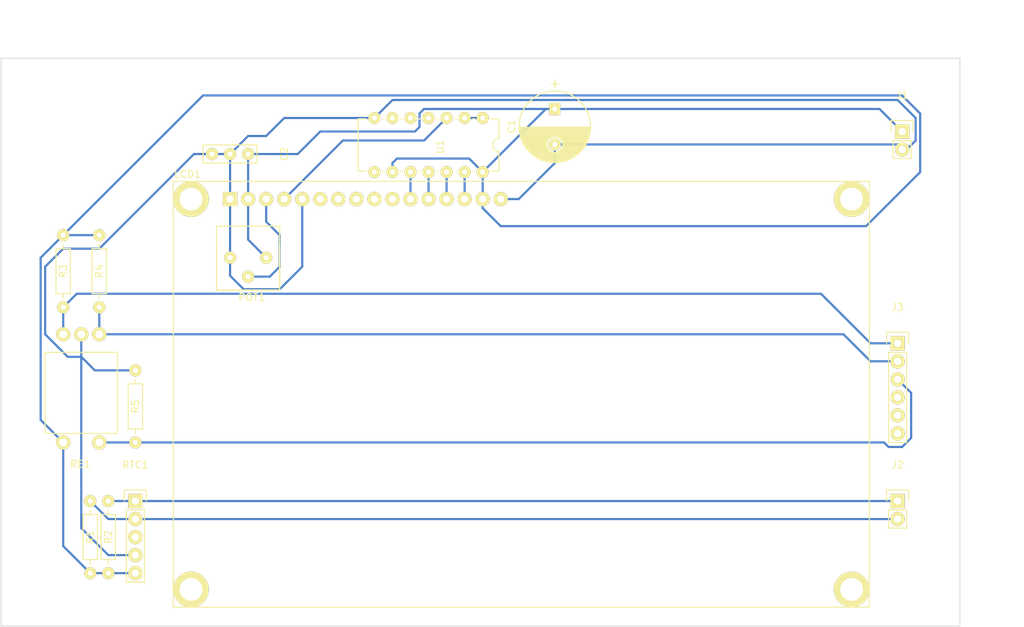
<source format=kicad_pcb>
(kicad_pcb (version 4) (host pcbnew 4.0.1-stable)

  (general
    (links 44)
    (no_connects 3)
    (area 73.749999 41.97 221.8 129.870001)
    (thickness 1.6)
    (drawings 6)
    (tracks 106)
    (zones 0)
    (modules 15)
    (nets 25)
  )

  (page A4)
  (layers
    (0 F.Cu signal)
    (31 B.Cu signal)
    (32 B.Adhes user)
    (33 F.Adhes user)
    (34 B.Paste user)
    (35 F.Paste user)
    (36 B.SilkS user)
    (37 F.SilkS user)
    (38 B.Mask user)
    (39 F.Mask user)
    (40 Dwgs.User user)
    (41 Cmts.User user)
    (42 Eco1.User user)
    (43 Eco2.User user)
    (44 Edge.Cuts user)
    (45 Margin user)
    (46 B.CrtYd user)
    (47 F.CrtYd user)
    (48 B.Fab user)
    (49 F.Fab user)
  )

  (setup
    (last_trace_width 0.3048)
    (trace_clearance 0.2)
    (zone_clearance 0.508)
    (zone_45_only no)
    (trace_min 0.2)
    (segment_width 0.2)
    (edge_width 0.1)
    (via_size 0.6)
    (via_drill 0.4)
    (via_min_size 0.4)
    (via_min_drill 0.3)
    (uvia_size 0.3)
    (uvia_drill 0.1)
    (uvias_allowed no)
    (uvia_min_size 0.2)
    (uvia_min_drill 0.1)
    (pcb_text_width 0.3)
    (pcb_text_size 1.5 1.5)
    (mod_edge_width 0.15)
    (mod_text_size 1 1)
    (mod_text_width 0.15)
    (pad_size 5 5)
    (pad_drill 3.2)
    (pad_to_mask_clearance 0)
    (aux_axis_origin 0 0)
    (visible_elements 7FFFFFFF)
    (pcbplotparams
      (layerselection 0x01000_80000000)
      (usegerberextensions false)
      (excludeedgelayer true)
      (linewidth 0.100000)
      (plotframeref false)
      (viasonmask false)
      (mode 1)
      (useauxorigin false)
      (hpglpennumber 1)
      (hpglpenspeed 20)
      (hpglpendiameter 15)
      (hpglpenoverlay 2)
      (psnegative false)
      (psa4output false)
      (plotreference true)
      (plotvalue false)
      (plotinvisibletext false)
      (padsonsilk false)
      (subtractmaskfromsilk false)
      (outputformat 1)
      (mirror false)
      (drillshape 0)
      (scaleselection 1)
      (outputdirectory ""))
  )

  (net 0 "")
  (net 1 +5V)
  (net 2 GND)
  (net 3 SDA)
  (net 4 SCL)
  (net 5 RE1)
  (net 6 RE2)
  (net 7 SW)
  (net 8 LCD_EN)
  (net 9 LCD_CLK)
  (net 10 LCD_DAT)
  (net 11 "Net-(LCD1-Pad3)")
  (net 12 "Net-(LCD1-Pad4)")
  (net 13 "Net-(LCD1-Pad7)")
  (net 14 "Net-(LCD1-Pad8)")
  (net 15 "Net-(LCD1-Pad9)")
  (net 16 "Net-(LCD1-Pad10)")
  (net 17 "Net-(LCD1-Pad11)")
  (net 18 "Net-(LCD1-Pad12)")
  (net 19 "Net-(LCD1-Pad13)")
  (net 20 "Net-(LCD1-Pad14)")
  (net 21 "Net-(RTC1-Pad3)")
  (net 22 "Net-(U1-Pad4)")
  (net 23 "Net-(U1-Pad5)")
  (net 24 "Net-(U1-Pad6)")

  (net_class Default "This is the default net class."
    (clearance 0.2)
    (trace_width 0.3048)
    (via_dia 0.6)
    (via_drill 0.4)
    (uvia_dia 0.3)
    (uvia_drill 0.1)
    (add_net +5V)
    (add_net GND)
    (add_net LCD_CLK)
    (add_net LCD_DAT)
    (add_net LCD_EN)
    (add_net "Net-(LCD1-Pad10)")
    (add_net "Net-(LCD1-Pad11)")
    (add_net "Net-(LCD1-Pad12)")
    (add_net "Net-(LCD1-Pad13)")
    (add_net "Net-(LCD1-Pad14)")
    (add_net "Net-(LCD1-Pad3)")
    (add_net "Net-(LCD1-Pad4)")
    (add_net "Net-(LCD1-Pad7)")
    (add_net "Net-(LCD1-Pad8)")
    (add_net "Net-(LCD1-Pad9)")
    (add_net "Net-(RTC1-Pad3)")
    (add_net "Net-(U1-Pad4)")
    (add_net "Net-(U1-Pad5)")
    (add_net "Net-(U1-Pad6)")
    (add_net RE1)
    (add_net RE2)
    (add_net SCL)
    (add_net SDA)
    (add_net SW)
  )

  (module "Custom Footprint:Cap_Pol_Radial_D10_P3" (layer F.Cu) (tedit 57E01EA7) (tstamp 586A09EA)
    (at 151.765 56.97 270)
    (descr "Radial Electrolytic Capacitor 10mm x Length 16mm, Pitch 5mm")
    (tags "Electrolytic Capacitor")
    (path /586A1B4F)
    (fp_text reference C1 (at 2.4765 6.096 270) (layer F.SilkS)
      (effects (font (size 1 1) (thickness 0.15)))
    )
    (fp_text value 100uF (at 2.54 -6.0325 270) (layer F.Fab)
      (effects (font (size 1 1) (thickness 0.15)))
    )
    (fp_line (start -3.556 -0.508) (end -3.556 0) (layer F.SilkS) (width 0.15))
    (fp_line (start -3.556 0) (end -3.048 0) (layer F.SilkS) (width 0.15))
    (fp_line (start -3.048 0) (end -4.064 0) (layer F.SilkS) (width 0.15))
    (fp_line (start -4.064 0) (end -3.556 0) (layer F.SilkS) (width 0.15))
    (fp_line (start -3.556 0) (end -3.556 0.508) (layer F.SilkS) (width 0.15))
    (fp_line (start 3.937 0.508) (end 3.937 4.7625) (layer F.SilkS) (width 0.15))
    (fp_line (start 3.937 4.7625) (end 4.064 4.7625) (layer F.SilkS) (width 0.15))
    (fp_line (start 4.064 4.7625) (end 4.064 0.635) (layer F.SilkS) (width 0.15))
    (fp_line (start 4.064 0.635) (end 4.191 0.8255) (layer F.SilkS) (width 0.15))
    (fp_line (start 4.191 0.8255) (end 4.191 4.699) (layer F.SilkS) (width 0.15))
    (fp_line (start 4.191 4.699) (end 4.318 4.6355) (layer F.SilkS) (width 0.15))
    (fp_line (start 4.318 4.6355) (end 4.318 0.889) (layer F.SilkS) (width 0.15))
    (fp_line (start 4.318 0.889) (end 4.445 1.016) (layer F.SilkS) (width 0.15))
    (fp_line (start 4.445 1.016) (end 4.445 4.572) (layer F.SilkS) (width 0.15))
    (fp_line (start 4.445 4.572) (end 4.572 4.5085) (layer F.SilkS) (width 0.15))
    (fp_line (start 4.572 4.5085) (end 4.572 1.0795) (layer F.SilkS) (width 0.15))
    (fp_line (start 4.572 1.0795) (end 4.699 1.143) (layer F.SilkS) (width 0.15))
    (fp_line (start 4.699 1.143) (end 4.699 4.445) (layer F.SilkS) (width 0.15))
    (fp_line (start 4.699 4.445) (end 4.826 4.3815) (layer F.SilkS) (width 0.15))
    (fp_line (start 4.826 4.3815) (end 4.826 1.143) (layer F.SilkS) (width 0.15))
    (fp_line (start 4.826 1.143) (end 4.953 1.143) (layer F.SilkS) (width 0.15))
    (fp_line (start 4.953 1.143) (end 4.953 4.318) (layer F.SilkS) (width 0.15))
    (fp_line (start 4.953 4.318) (end 5.08 4.2545) (layer F.SilkS) (width 0.15))
    (fp_line (start 5.08 4.2545) (end 5.08 1.143) (layer F.SilkS) (width 0.15))
    (fp_line (start 5.08 1.143) (end 5.207 1.143) (layer F.SilkS) (width 0.15))
    (fp_line (start 5.207 1.143) (end 5.207 4.191) (layer F.SilkS) (width 0.15))
    (fp_line (start 5.207 4.191) (end 5.334 4.1275) (layer F.SilkS) (width 0.15))
    (fp_line (start 5.334 4.1275) (end 5.334 1.0795) (layer F.SilkS) (width 0.15))
    (fp_line (start 5.334 1.0795) (end 5.461 1.016) (layer F.SilkS) (width 0.15))
    (fp_line (start 5.461 1.016) (end 5.461 4.064) (layer F.SilkS) (width 0.15))
    (fp_line (start 5.461 4.064) (end 5.588 3.937) (layer F.SilkS) (width 0.15))
    (fp_line (start 5.588 3.937) (end 5.588 1.016) (layer F.SilkS) (width 0.15))
    (fp_line (start 5.588 1.016) (end 5.715 0.889) (layer F.SilkS) (width 0.15))
    (fp_line (start 5.715 0.889) (end 5.715 3.81) (layer F.SilkS) (width 0.15))
    (fp_line (start 5.715 3.81) (end 5.842 3.683) (layer F.SilkS) (width 0.15))
    (fp_line (start 5.842 3.683) (end 5.842 0.762) (layer F.SilkS) (width 0.15))
    (fp_line (start 5.842 0.762) (end 5.969 0.635) (layer F.SilkS) (width 0.15))
    (fp_line (start 5.969 0.635) (end 5.969 3.556) (layer F.SilkS) (width 0.15))
    (fp_line (start 5.969 3.556) (end 6.096 3.4925) (layer F.SilkS) (width 0.15))
    (fp_line (start 6.096 3.4925) (end 6.096 0.381) (layer F.SilkS) (width 0.15))
    (fp_line (start 3.8735 -0.4445) (end 3.937 -0.508) (layer F.SilkS) (width 0.15))
    (fp_line (start 3.937 -4.7625) (end 3.937 -0.5715) (layer F.SilkS) (width 0.15))
    (fp_line (start 3.937 -0.5715) (end 4.064 -0.6985) (layer F.SilkS) (width 0.15))
    (fp_line (start 4.064 -0.6985) (end 4.064 -4.7625) (layer F.SilkS) (width 0.15))
    (fp_line (start 4.064 -4.7625) (end 4.191 -4.699) (layer F.SilkS) (width 0.15))
    (fp_line (start 4.191 -4.699) (end 4.191 -0.8255) (layer F.SilkS) (width 0.15))
    (fp_line (start 4.191 -0.8255) (end 4.318 -0.889) (layer F.SilkS) (width 0.15))
    (fp_line (start 4.318 -0.889) (end 4.318 -4.6355) (layer F.SilkS) (width 0.15))
    (fp_line (start 4.318 -4.6355) (end 4.445 -4.572) (layer F.SilkS) (width 0.15))
    (fp_line (start 4.445 -4.572) (end 4.445 -1.016) (layer F.SilkS) (width 0.15))
    (fp_line (start 4.445 -1.016) (end 4.572 -1.0795) (layer F.SilkS) (width 0.15))
    (fp_line (start 4.572 -1.0795) (end 4.572 -4.572) (layer F.SilkS) (width 0.15))
    (fp_line (start 4.572 -4.572) (end 4.699 -4.5085) (layer F.SilkS) (width 0.15))
    (fp_line (start 4.699 -4.5085) (end 4.699 -1.0795) (layer F.SilkS) (width 0.15))
    (fp_line (start 4.699 -1.0795) (end 4.826 -1.143) (layer F.SilkS) (width 0.15))
    (fp_line (start 4.826 -1.143) (end 4.826 -4.445) (layer F.SilkS) (width 0.15))
    (fp_line (start 4.826 -4.445) (end 4.953 -4.3815) (layer F.SilkS) (width 0.15))
    (fp_line (start 4.953 -4.3815) (end 4.953 -1.2065) (layer F.SilkS) (width 0.15))
    (fp_line (start 4.953 -1.2065) (end 5.08 -1.2065) (layer F.SilkS) (width 0.15))
    (fp_line (start 5.08 -1.2065) (end 5.08 -4.2545) (layer F.SilkS) (width 0.15))
    (fp_line (start 5.08 -4.2545) (end 5.207 -4.191) (layer F.SilkS) (width 0.15))
    (fp_line (start 5.207 -4.191) (end 5.207 -1.143) (layer F.SilkS) (width 0.15))
    (fp_line (start 5.207 -1.143) (end 5.334 -1.0795) (layer F.SilkS) (width 0.15))
    (fp_line (start 5.334 -1.0795) (end 5.334 -4.1275) (layer F.SilkS) (width 0.15))
    (fp_line (start 5.334 -4.1275) (end 5.461 -4.064) (layer F.SilkS) (width 0.15))
    (fp_line (start 5.461 -4.064) (end 5.461 -1.0795) (layer F.SilkS) (width 0.15))
    (fp_line (start 5.461 -1.0795) (end 5.588 -1.016) (layer F.SilkS) (width 0.15))
    (fp_line (start 5.588 -1.016) (end 5.588 -3.937) (layer F.SilkS) (width 0.15))
    (fp_line (start 5.588 -3.937) (end 5.715 -3.8735) (layer F.SilkS) (width 0.15))
    (fp_line (start 5.715 -3.8735) (end 5.715 -0.889) (layer F.SilkS) (width 0.15))
    (fp_line (start 5.715 -0.889) (end 5.842 -0.8255) (layer F.SilkS) (width 0.15))
    (fp_line (start 5.842 -0.8255) (end 5.842 -3.7465) (layer F.SilkS) (width 0.15))
    (fp_line (start 5.842 -3.7465) (end 5.969 -3.6195) (layer F.SilkS) (width 0.15))
    (fp_line (start 5.969 -3.6195) (end 5.969 -0.5715) (layer F.SilkS) (width 0.15))
    (fp_line (start 5.969 -0.5715) (end 6.096 -0.381) (layer F.SilkS) (width 0.15))
    (fp_line (start 6.096 -0.381) (end 6.096 -3.4925) (layer F.SilkS) (width 0.15))
    (fp_line (start 6.985 -2.159) (end 7.3406 -1.2446) (layer F.SilkS) (width 0.15))
    (fp_line (start 7.4422 -0.4318) (end 7.4422 -0.6858) (layer F.SilkS) (width 0.15))
    (fp_line (start 7.3914 0.7874) (end 7.4168 0.508) (layer F.SilkS) (width 0.15))
    (fp_line (start 6.9342 2.1844) (end 7.2898 1.2954) (layer F.SilkS) (width 0.15))
    (fp_line (start 2.575 -4.999) (end 2.575 4.999) (layer F.SilkS) (width 0.15))
    (fp_line (start 2.715 -4.995) (end 2.715 4.995) (layer F.SilkS) (width 0.15))
    (fp_line (start 2.855 -4.987) (end 2.855 4.987) (layer F.SilkS) (width 0.15))
    (fp_line (start 2.995 -4.975) (end 2.995 4.975) (layer F.SilkS) (width 0.15))
    (fp_line (start 3.135 -4.96) (end 3.135 4.96) (layer F.SilkS) (width 0.15))
    (fp_line (start 3.275 -4.94) (end 3.275 4.94) (layer F.SilkS) (width 0.15))
    (fp_line (start 3.415 -4.916) (end 3.415 4.916) (layer F.SilkS) (width 0.15))
    (fp_line (start 3.555 -4.887) (end 3.555 4.887) (layer F.SilkS) (width 0.15))
    (fp_line (start 3.695 -4.855) (end 3.695 4.855) (layer F.SilkS) (width 0.15))
    (fp_line (start 3.835 -4.818) (end 3.835 4.818) (layer F.SilkS) (width 0.15))
    (fp_line (start 6.215 -3.346) (end 6.215 3.346) (layer F.SilkS) (width 0.15))
    (fp_line (start 6.355 -3.184) (end 6.355 3.184) (layer F.SilkS) (width 0.15))
    (fp_line (start 6.495 -3.007) (end 6.495 3.007) (layer F.SilkS) (width 0.15))
    (fp_line (start 6.635 -2.811) (end 6.635 2.811) (layer F.SilkS) (width 0.15))
    (fp_line (start 6.775 -2.593) (end 6.775 2.593) (layer F.SilkS) (width 0.15))
    (fp_line (start 6.915 -2.347) (end 6.915 2.347) (layer F.SilkS) (width 0.15))
    (fp_line (start 7.055 -2.062) (end 7.055 2.062) (layer F.SilkS) (width 0.15))
    (fp_line (start 7.195 -1.72) (end 7.195 1.72) (layer F.SilkS) (width 0.15))
    (fp_line (start 7.335 -1.274) (end 7.335 1.274) (layer F.SilkS) (width 0.15))
    (fp_line (start 7.475 -0.499) (end 7.475 0.499) (layer F.SilkS) (width 0.15))
    (fp_circle (center 5 0) (end 5.5 -1) (layer F.SilkS) (width 0.15))
    (fp_circle (center 2.5 0) (end 2.5 -5.0375) (layer F.SilkS) (width 0.15))
    (pad 1 thru_hole rect (at 0 0 270) (size 1.716 1.554) (drill 0.7) (layers *.Cu *.Mask F.SilkS)
      (net 1 +5V))
    (pad 2 thru_hole circle (at 5 0 270) (size 1.716 1.716) (drill 0.7) (layers *.Cu *.Mask F.SilkS)
      (net 2 GND))
    (model Capacitors_ThroughHole.3dshapes/C_Radial_D10_L16_P5.wrl
      (at (xyz 0.0984252 0 0))
      (scale (xyz 1 1 1))
      (rotate (xyz 0 0 90))
    )
  )

  (module "Custom Footprint:Cap_UnPol_P3" (layer F.Cu) (tedit 580EAA09) (tstamp 586A09F1)
    (at 108.585 63.32 270)
    (descr "Through hole pin header")
    (tags "pin header")
    (path /586A1C5E)
    (fp_text reference C2 (at 0 -5.1 270) (layer F.SilkS)
      (effects (font (size 1 1) (thickness 0.15)))
    )
    (fp_text value 100nF (at 0 -3.1 270) (layer F.Fab)
      (effects (font (size 1 1) (thickness 0.15)))
    )
    (fp_line (start 1.27 3.81) (end 1.27 6.35) (layer F.SilkS) (width 0.15))
    (fp_line (start 1.27 6.35) (end -1.27 6.35) (layer F.SilkS) (width 0.15))
    (fp_line (start -1.27 6.35) (end -1.27 3.81) (layer F.SilkS) (width 0.15))
    (fp_line (start -1.27 1.27) (end -1.27 -1.27) (layer F.SilkS) (width 0.15))
    (fp_line (start -1.27 -1.27) (end 1.27 -1.27) (layer F.SilkS) (width 0.15))
    (fp_line (start 1.27 -1.27) (end 1.27 1.27) (layer F.SilkS) (width 0.15))
    (fp_line (start 1.27 1.27) (end 1.27 3.81) (layer F.SilkS) (width 0.15))
    (fp_line (start -1.75 -1.75) (end -1.75 4.3) (layer F.CrtYd) (width 0.05))
    (fp_line (start 1.75 -1.75) (end 1.75 4.3) (layer F.CrtYd) (width 0.05))
    (fp_line (start -1.75 -1.75) (end 1.75 -1.75) (layer F.CrtYd) (width 0.05))
    (fp_line (start -1.75 4.3) (end 1.75 4.3) (layer F.CrtYd) (width 0.05))
    (fp_line (start -1.27 1.27) (end -1.27 3.81) (layer F.SilkS) (width 0.15))
    (pad 1 thru_hole circle (at 0 0 270) (size 1.716 1.716) (drill 0.7) (layers *.Cu *.Mask F.SilkS)
      (net 1 +5V))
    (pad 2 thru_hole circle (at 0 2.54 270) (size 1.716 1.716) (drill 0.7) (layers *.Cu *.Mask F.SilkS)
      (net 2 GND))
    (pad 2 thru_hole circle (at 0 5.08 270) (size 1.716 1.716) (drill 0.7) (layers *.Cu *.Mask F.SilkS)
      (net 2 GND))
    (model Pin_Headers.3dshapes/Pin_Header_Straight_1x02.wrl
      (at (xyz 0 -0.05 0))
      (scale (xyz 1 1 1))
      (rotate (xyz 0 0 90))
    )
  )

  (module "Custom Footprint:Pin_Header_Straight_1x02" (layer F.Cu) (tedit 57DDA340) (tstamp 586A09F7)
    (at 200.66 60.145)
    (descr "Through hole pin header")
    (tags "pin header")
    (path /586A164B)
    (fp_text reference J1 (at 0 -5.1) (layer F.SilkS)
      (effects (font (size 1 1) (thickness 0.15)))
    )
    (fp_text value PWR (at 0 -3.1) (layer F.Fab)
      (effects (font (size 1 1) (thickness 0.15)))
    )
    (fp_line (start 1.27 1.27) (end 1.27 3.81) (layer F.SilkS) (width 0.15))
    (fp_line (start 1.55 -1.55) (end 1.55 0) (layer F.SilkS) (width 0.15))
    (fp_line (start -1.75 -1.75) (end -1.75 4.3) (layer F.CrtYd) (width 0.05))
    (fp_line (start 1.75 -1.75) (end 1.75 4.3) (layer F.CrtYd) (width 0.05))
    (fp_line (start -1.75 -1.75) (end 1.75 -1.75) (layer F.CrtYd) (width 0.05))
    (fp_line (start -1.75 4.3) (end 1.75 4.3) (layer F.CrtYd) (width 0.05))
    (fp_line (start 1.27 1.27) (end -1.27 1.27) (layer F.SilkS) (width 0.15))
    (fp_line (start -1.55 0) (end -1.55 -1.55) (layer F.SilkS) (width 0.15))
    (fp_line (start -1.55 -1.55) (end 1.55 -1.55) (layer F.SilkS) (width 0.15))
    (fp_line (start -1.27 1.27) (end -1.27 3.81) (layer F.SilkS) (width 0.15))
    (fp_line (start -1.27 3.81) (end 1.27 3.81) (layer F.SilkS) (width 0.15))
    (pad 1 thru_hole rect (at 0 0) (size 2.016 2.016) (drill 1) (layers *.Cu *.Mask F.SilkS)
      (net 1 +5V))
    (pad 2 thru_hole circle (at 0 2.54) (size 2.016 2.016) (drill 1) (layers *.Cu *.Mask F.SilkS)
      (net 2 GND))
    (model Pin_Headers.3dshapes/Pin_Header_Straight_1x02.wrl
      (at (xyz 0 -0.05 0))
      (scale (xyz 1 1 1))
      (rotate (xyz 0 0 90))
    )
  )

  (module "Custom Footprint:Pin_Header_Straight_1x02" (layer F.Cu) (tedit 57DDA340) (tstamp 586A09FD)
    (at 200.025 112.215)
    (descr "Through hole pin header")
    (tags "pin header")
    (path /586A1614)
    (fp_text reference J2 (at 0 -5.1) (layer F.SilkS)
      (effects (font (size 1 1) (thickness 0.15)))
    )
    (fp_text value I2C (at 0 -3.1) (layer F.Fab)
      (effects (font (size 1 1) (thickness 0.15)))
    )
    (fp_line (start 1.27 1.27) (end 1.27 3.81) (layer F.SilkS) (width 0.15))
    (fp_line (start 1.55 -1.55) (end 1.55 0) (layer F.SilkS) (width 0.15))
    (fp_line (start -1.75 -1.75) (end -1.75 4.3) (layer F.CrtYd) (width 0.05))
    (fp_line (start 1.75 -1.75) (end 1.75 4.3) (layer F.CrtYd) (width 0.05))
    (fp_line (start -1.75 -1.75) (end 1.75 -1.75) (layer F.CrtYd) (width 0.05))
    (fp_line (start -1.75 4.3) (end 1.75 4.3) (layer F.CrtYd) (width 0.05))
    (fp_line (start 1.27 1.27) (end -1.27 1.27) (layer F.SilkS) (width 0.15))
    (fp_line (start -1.55 0) (end -1.55 -1.55) (layer F.SilkS) (width 0.15))
    (fp_line (start -1.55 -1.55) (end 1.55 -1.55) (layer F.SilkS) (width 0.15))
    (fp_line (start -1.27 1.27) (end -1.27 3.81) (layer F.SilkS) (width 0.15))
    (fp_line (start -1.27 3.81) (end 1.27 3.81) (layer F.SilkS) (width 0.15))
    (pad 1 thru_hole rect (at 0 0) (size 2.016 2.016) (drill 1) (layers *.Cu *.Mask F.SilkS)
      (net 3 SDA))
    (pad 2 thru_hole circle (at 0 2.54) (size 2.016 2.016) (drill 1) (layers *.Cu *.Mask F.SilkS)
      (net 4 SCL))
    (model Pin_Headers.3dshapes/Pin_Header_Straight_1x02.wrl
      (at (xyz 0 -0.05 0))
      (scale (xyz 1 1 1))
      (rotate (xyz 0 0 90))
    )
  )

  (module "Custom Footprint:Pin_Header_Straight_1x06" (layer F.Cu) (tedit 57F5F010) (tstamp 586A0A07)
    (at 200.025 89.99)
    (descr "Through hole pin header")
    (tags "pin header")
    (path /586A15D1)
    (fp_text reference J3 (at 0 -5.1) (layer F.SilkS)
      (effects (font (size 1 1) (thickness 0.15)))
    )
    (fp_text value I/O (at 0 -3.1) (layer F.Fab)
      (effects (font (size 1 1) (thickness 0.15)))
    )
    (fp_line (start -1.75 -1.75) (end -1.75 14.45) (layer F.CrtYd) (width 0.05))
    (fp_line (start 1.75 -1.75) (end 1.75 14.45) (layer F.CrtYd) (width 0.05))
    (fp_line (start -1.75 -1.75) (end 1.75 -1.75) (layer F.CrtYd) (width 0.05))
    (fp_line (start -1.75 14.45) (end 1.75 14.45) (layer F.CrtYd) (width 0.05))
    (fp_line (start 1.27 1.27) (end 1.27 13.97) (layer F.SilkS) (width 0.15))
    (fp_line (start 1.27 13.97) (end -1.27 13.97) (layer F.SilkS) (width 0.15))
    (fp_line (start -1.27 13.97) (end -1.27 1.27) (layer F.SilkS) (width 0.15))
    (fp_line (start 1.55 -1.55) (end 1.55 0) (layer F.SilkS) (width 0.15))
    (fp_line (start 1.27 1.27) (end -1.27 1.27) (layer F.SilkS) (width 0.15))
    (fp_line (start -1.55 0) (end -1.55 -1.55) (layer F.SilkS) (width 0.15))
    (fp_line (start -1.55 -1.55) (end 1.55 -1.55) (layer F.SilkS) (width 0.15))
    (pad 1 thru_hole rect (at 0 0) (size 2.016 2.016) (drill 1) (layers *.Cu *.Mask F.SilkS)
      (net 5 RE1))
    (pad 2 thru_hole circle (at 0 2.54) (size 2.016 2.016) (drill 1) (layers *.Cu *.Mask F.SilkS)
      (net 6 RE2))
    (pad 3 thru_hole circle (at 0 5.08) (size 2.016 2.016) (drill 1) (layers *.Cu *.Mask F.SilkS)
      (net 7 SW))
    (pad 4 thru_hole circle (at 0 7.62) (size 2.016 2.016) (drill 1) (layers *.Cu *.Mask F.SilkS)
      (net 8 LCD_EN))
    (pad 5 thru_hole circle (at 0 10.16) (size 2.016 2.016) (drill 1) (layers *.Cu *.Mask F.SilkS)
      (net 9 LCD_CLK))
    (pad 6 thru_hole circle (at 0 12.7) (size 2.016 2.016) (drill 1) (layers *.Cu *.Mask F.SilkS)
      (net 10 LCD_DAT))
    (model Pin_Headers.3dshapes/Pin_Header_Straight_1x06.wrl
      (at (xyz 0 -0.25 0))
      (scale (xyz 1 1 1))
      (rotate (xyz 0 0 90))
    )
  )

  (module "Custom Footprint:LCD_2004" (layer F.Cu) (tedit 586A1143) (tstamp 586A0A1F)
    (at 106.045 69.67)
    (descr http://www.kamami.pl/dl/wc1602a0.pdf)
    (tags "LCD 16x2 Alphanumeric 16pin")
    (path /583283FD)
    (fp_text reference LCD1 (at -6 -3.5) (layer F.SilkS)
      (effects (font (size 1 1) (thickness 0.15)))
    )
    (fp_text value "LCD 2004" (at 0 -3.5) (layer F.Fab)
      (effects (font (size 1 1) (thickness 0.15)))
    )
    (fp_line (start 90 -2.5) (end 90 57.5) (layer F.SilkS) (width 0.15))
    (fp_line (start 90 57.5) (end 72 57.5) (layer F.SilkS) (width 0.15))
    (fp_line (start -8 57.5) (end 72 57.5) (layer F.SilkS) (width 0.15))
    (fp_line (start -8.001 -2.49936) (end 89.999 -2.49936) (layer F.SilkS) (width 0.15))
    (fp_line (start -8.001 57.50064) (end -8.001 -2.49936) (layer F.SilkS) (width 0.15))
    (pad 1 thru_hole rect (at 0 0) (size 2.016 2.016) (drill 1) (layers *.Cu *.Mask F.SilkS)
      (net 2 GND))
    (pad 2 thru_hole circle (at 2.54 0) (size 2.016 2.016) (drill 1) (layers *.Cu *.Mask F.SilkS)
      (net 1 +5V))
    (pad 3 thru_hole circle (at 5.08 0) (size 2.016 2.016) (drill 1) (layers *.Cu *.Mask F.SilkS)
      (net 11 "Net-(LCD1-Pad3)"))
    (pad 4 thru_hole circle (at 7.62 0) (size 2.016 2.016) (drill 1) (layers *.Cu *.Mask F.SilkS)
      (net 12 "Net-(LCD1-Pad4)"))
    (pad 5 thru_hole circle (at 10.16 0) (size 2.016 2.016) (drill 1) (layers *.Cu *.Mask F.SilkS)
      (net 2 GND))
    (pad 6 thru_hole circle (at 12.7 0) (size 2.016 2.016) (drill 1) (layers *.Cu *.Mask F.SilkS)
      (net 8 LCD_EN))
    (pad 7 thru_hole circle (at 15.24 0) (size 2.016 2.016) (drill 1) (layers *.Cu *.Mask F.SilkS)
      (net 13 "Net-(LCD1-Pad7)"))
    (pad 8 thru_hole circle (at 17.78 0) (size 2.016 2.016) (drill 1) (layers *.Cu *.Mask F.SilkS)
      (net 14 "Net-(LCD1-Pad8)"))
    (pad 9 thru_hole circle (at 20.32 0) (size 2.016 2.016) (drill 1) (layers *.Cu *.Mask F.SilkS)
      (net 15 "Net-(LCD1-Pad9)"))
    (pad 10 thru_hole circle (at 22.86 0) (size 2.016 2.016) (drill 1) (layers *.Cu *.Mask F.SilkS)
      (net 16 "Net-(LCD1-Pad10)"))
    (pad 11 thru_hole circle (at 25.4 0) (size 2.016 2.016) (drill 1) (layers *.Cu *.Mask F.SilkS)
      (net 17 "Net-(LCD1-Pad11)"))
    (pad 12 thru_hole circle (at 27.94 0) (size 2.016 2.016) (drill 1) (layers *.Cu *.Mask F.SilkS)
      (net 18 "Net-(LCD1-Pad12)"))
    (pad 13 thru_hole circle (at 30.48 0) (size 2.016 2.016) (drill 1) (layers *.Cu *.Mask F.SilkS)
      (net 19 "Net-(LCD1-Pad13)"))
    (pad 14 thru_hole circle (at 33.02 0) (size 2.016 2.016) (drill 1) (layers *.Cu *.Mask F.SilkS)
      (net 20 "Net-(LCD1-Pad14)"))
    (pad 15 thru_hole circle (at 35.56 0) (size 2.016 2.016) (drill 1) (layers *.Cu *.Mask F.SilkS)
      (net 1 +5V))
    (pad 16 thru_hole circle (at 38.1 0) (size 2.016 2.016) (drill 1) (layers *.Cu *.Mask F.SilkS)
      (net 2 GND))
    (pad 0 thru_hole circle (at -5.4991 0) (size 5 5) (drill 3.2) (layers *.Cu *.Mask F.SilkS))
    (pad 0 thru_hole circle (at -5.5 55) (size 5 5) (drill 3.2) (layers *.Cu *.Mask F.SilkS))
    (pad 0 thru_hole circle (at 87.5 55) (size 5 5) (drill 3.2) (layers *.Cu *.Mask F.SilkS))
    (pad 0 thru_hole circle (at 87.5 0) (size 5 5) (drill 3.2) (layers *.Cu *.Mask F.SilkS))
  )

  (module "Custom Footprint:Potentiometer_Bourns_3386" (layer F.Cu) (tedit 57E0339E) (tstamp 586A0A26)
    (at 111.125 77.925)
    (descr "5/16, Round, Trimming, Potentiometer, Bourns, 3339")
    (tags "5/16, Round, Trimming, Potentiometer, Bourns, 3339")
    (path /583284C3)
    (fp_text reference POT1 (at -2.032 5.588) (layer F.SilkS)
      (effects (font (size 1 1) (thickness 0.15)))
    )
    (fp_text value 10kΩ (at -2.54 -5.334) (layer F.Fab)
      (effects (font (size 1 1) (thickness 0.15)))
    )
    (fp_line (start 1.27 -4.445) (end 1.905 -4.445) (layer F.SilkS) (width 0.15))
    (fp_line (start 1.905 -4.445) (end 1.905 4.572) (layer F.SilkS) (width 0.15))
    (fp_line (start 1.905 4.572) (end -6.985 4.572) (layer F.SilkS) (width 0.15))
    (fp_line (start -6.985 4.572) (end -6.985 -4.445) (layer F.SilkS) (width 0.15))
    (fp_line (start -6.985 -4.445) (end -6.223 -4.445) (layer F.SilkS) (width 0.15))
    (fp_line (start -6.985 -1.778) (end -6.985 4.572) (layer F.SilkS) (width 0.15))
    (fp_line (start 1.905 -1.778) (end 1.905 4.572) (layer F.SilkS) (width 0.15))
    (fp_line (start -6.35 -4.445) (end 1.27 -4.445) (layer F.SilkS) (width 0.15))
    (fp_line (start -6.604 4.572) (end 1.524 4.572) (layer F.SilkS) (width 0.15))
    (pad 1 thru_hole circle (at 0 0) (size 1.716 1.716) (drill 0.7) (layers *.Cu *.Mask F.SilkS)
      (net 1 +5V))
    (pad 2 thru_hole circle (at -2.54 2.667) (size 1.716 1.716) (drill 0.7) (layers *.Cu *.Mask F.SilkS)
      (net 11 "Net-(LCD1-Pad3)"))
    (pad 3 thru_hole circle (at -5.08 0) (size 1.716 1.716) (drill 0.7) (layers *.Cu *.Mask F.SilkS)
      (net 2 GND))
    (model Potentiometers.3dshapes/Potentiometer_Bourns_3339S_Angular_ScrewFront.wrl
      (at (xyz 0 0 0))
      (scale (xyz 1 1 1))
      (rotate (xyz 0 0 0))
    )
  )

  (module "Custom Footprint:Resistor-0.25W" (layer F.Cu) (tedit 57E029C8) (tstamp 586A0A2C)
    (at 86.36 122.375 90)
    (descr "Resitance 4 pas")
    (tags R)
    (path /58328EA3)
    (fp_text reference R1 (at 5.08 0 90) (layer F.SilkS)
      (effects (font (size 1 1) (thickness 0.15)))
    )
    (fp_text value 3.9kΩ (at 5.08 1.905 90) (layer F.Fab)
      (effects (font (size 1 1) (thickness 0.15)))
    )
    (fp_line (start 8.255 1.016) (end 1.905 1.016) (layer F.SilkS) (width 0.15))
    (fp_line (start 1.905 -1.016) (end 8.255 -1.016) (layer F.SilkS) (width 0.15))
    (fp_line (start 8.255 0) (end 8.89 0) (layer F.SilkS) (width 0.15))
    (fp_line (start 1.905 0) (end 1.27 0) (layer F.SilkS) (width 0.15))
    (fp_line (start 1.905 0) (end 1.905 -1.016) (layer F.SilkS) (width 0.15))
    (fp_line (start 8.255 -1.016) (end 8.255 1.016) (layer F.SilkS) (width 0.15))
    (fp_line (start 1.905 1.016) (end 1.905 0) (layer F.SilkS) (width 0.15))
    (pad 1 thru_hole circle (at 0 0 90) (size 1.716 1.716) (drill 0.7) (layers *.Cu *.Mask F.SilkS)
      (net 1 +5V))
    (pad 2 thru_hole circle (at 10.16 0 90) (size 1.716 1.716) (drill 0.7) (layers *.Cu *.Mask F.SilkS)
      (net 4 SCL))
    (model Discret.3dshapes/R4.wrl
      (at (xyz 0 0 0))
      (scale (xyz 0.4 0.4 0.4))
      (rotate (xyz 0 0 0))
    )
  )

  (module "Custom Footprint:Resistor-0.25W" (layer F.Cu) (tedit 57E029C8) (tstamp 586A0A32)
    (at 88.9 122.375 90)
    (descr "Resitance 4 pas")
    (tags R)
    (path /58328EFB)
    (fp_text reference R2 (at 5.08 0 90) (layer F.SilkS)
      (effects (font (size 1 1) (thickness 0.15)))
    )
    (fp_text value 3.9kΩ (at 5.08 1.905 90) (layer F.Fab)
      (effects (font (size 1 1) (thickness 0.15)))
    )
    (fp_line (start 8.255 1.016) (end 1.905 1.016) (layer F.SilkS) (width 0.15))
    (fp_line (start 1.905 -1.016) (end 8.255 -1.016) (layer F.SilkS) (width 0.15))
    (fp_line (start 8.255 0) (end 8.89 0) (layer F.SilkS) (width 0.15))
    (fp_line (start 1.905 0) (end 1.27 0) (layer F.SilkS) (width 0.15))
    (fp_line (start 1.905 0) (end 1.905 -1.016) (layer F.SilkS) (width 0.15))
    (fp_line (start 8.255 -1.016) (end 8.255 1.016) (layer F.SilkS) (width 0.15))
    (fp_line (start 1.905 1.016) (end 1.905 0) (layer F.SilkS) (width 0.15))
    (pad 1 thru_hole circle (at 0 0 90) (size 1.716 1.716) (drill 0.7) (layers *.Cu *.Mask F.SilkS)
      (net 1 +5V))
    (pad 2 thru_hole circle (at 10.16 0 90) (size 1.716 1.716) (drill 0.7) (layers *.Cu *.Mask F.SilkS)
      (net 3 SDA))
    (model Discret.3dshapes/R4.wrl
      (at (xyz 0 0 0))
      (scale (xyz 0.4 0.4 0.4))
      (rotate (xyz 0 0 0))
    )
  )

  (module "Custom Footprint:Resistor-0.25W" (layer F.Cu) (tedit 57E029C8) (tstamp 586A0A38)
    (at 82.55 74.75 270)
    (descr "Resitance 4 pas")
    (tags R)
    (path /58328F3D)
    (fp_text reference R3 (at 5.08 0 270) (layer F.SilkS)
      (effects (font (size 1 1) (thickness 0.15)))
    )
    (fp_text value 10kΩ (at 5.08 1.905 270) (layer F.Fab)
      (effects (font (size 1 1) (thickness 0.15)))
    )
    (fp_line (start 8.255 1.016) (end 1.905 1.016) (layer F.SilkS) (width 0.15))
    (fp_line (start 1.905 -1.016) (end 8.255 -1.016) (layer F.SilkS) (width 0.15))
    (fp_line (start 8.255 0) (end 8.89 0) (layer F.SilkS) (width 0.15))
    (fp_line (start 1.905 0) (end 1.27 0) (layer F.SilkS) (width 0.15))
    (fp_line (start 1.905 0) (end 1.905 -1.016) (layer F.SilkS) (width 0.15))
    (fp_line (start 8.255 -1.016) (end 8.255 1.016) (layer F.SilkS) (width 0.15))
    (fp_line (start 1.905 1.016) (end 1.905 0) (layer F.SilkS) (width 0.15))
    (pad 1 thru_hole circle (at 0 0 270) (size 1.716 1.716) (drill 0.7) (layers *.Cu *.Mask F.SilkS)
      (net 1 +5V))
    (pad 2 thru_hole circle (at 10.16 0 270) (size 1.716 1.716) (drill 0.7) (layers *.Cu *.Mask F.SilkS)
      (net 5 RE1))
    (model Discret.3dshapes/R4.wrl
      (at (xyz 0 0 0))
      (scale (xyz 0.4 0.4 0.4))
      (rotate (xyz 0 0 0))
    )
  )

  (module "Custom Footprint:Resistor-0.25W" (layer F.Cu) (tedit 57E029C8) (tstamp 586A0A3E)
    (at 87.63 74.75 270)
    (descr "Resitance 4 pas")
    (tags R)
    (path /58329031)
    (fp_text reference R4 (at 5.08 0 270) (layer F.SilkS)
      (effects (font (size 1 1) (thickness 0.15)))
    )
    (fp_text value 10kΩ (at 5.08 1.905 270) (layer F.Fab)
      (effects (font (size 1 1) (thickness 0.15)))
    )
    (fp_line (start 8.255 1.016) (end 1.905 1.016) (layer F.SilkS) (width 0.15))
    (fp_line (start 1.905 -1.016) (end 8.255 -1.016) (layer F.SilkS) (width 0.15))
    (fp_line (start 8.255 0) (end 8.89 0) (layer F.SilkS) (width 0.15))
    (fp_line (start 1.905 0) (end 1.27 0) (layer F.SilkS) (width 0.15))
    (fp_line (start 1.905 0) (end 1.905 -1.016) (layer F.SilkS) (width 0.15))
    (fp_line (start 8.255 -1.016) (end 8.255 1.016) (layer F.SilkS) (width 0.15))
    (fp_line (start 1.905 1.016) (end 1.905 0) (layer F.SilkS) (width 0.15))
    (pad 1 thru_hole circle (at 0 0 270) (size 1.716 1.716) (drill 0.7) (layers *.Cu *.Mask F.SilkS)
      (net 1 +5V))
    (pad 2 thru_hole circle (at 10.16 0 270) (size 1.716 1.716) (drill 0.7) (layers *.Cu *.Mask F.SilkS)
      (net 6 RE2))
    (model Discret.3dshapes/R4.wrl
      (at (xyz 0 0 0))
      (scale (xyz 0.4 0.4 0.4))
      (rotate (xyz 0 0 0))
    )
  )

  (module "Custom Footprint:Resistor-0.25W" (layer F.Cu) (tedit 57E029C8) (tstamp 586A0A44)
    (at 92.71 103.96 90)
    (descr "Resitance 4 pas")
    (tags R)
    (path /58328AC4)
    (fp_text reference R5 (at 5.08 0 90) (layer F.SilkS)
      (effects (font (size 1 1) (thickness 0.15)))
    )
    (fp_text value 10kΩ (at 5.08 1.905 90) (layer F.Fab)
      (effects (font (size 1 1) (thickness 0.15)))
    )
    (fp_line (start 8.255 1.016) (end 1.905 1.016) (layer F.SilkS) (width 0.15))
    (fp_line (start 1.905 -1.016) (end 8.255 -1.016) (layer F.SilkS) (width 0.15))
    (fp_line (start 8.255 0) (end 8.89 0) (layer F.SilkS) (width 0.15))
    (fp_line (start 1.905 0) (end 1.27 0) (layer F.SilkS) (width 0.15))
    (fp_line (start 1.905 0) (end 1.905 -1.016) (layer F.SilkS) (width 0.15))
    (fp_line (start 8.255 -1.016) (end 8.255 1.016) (layer F.SilkS) (width 0.15))
    (fp_line (start 1.905 1.016) (end 1.905 0) (layer F.SilkS) (width 0.15))
    (pad 1 thru_hole circle (at 0 0 90) (size 1.716 1.716) (drill 0.7) (layers *.Cu *.Mask F.SilkS)
      (net 7 SW))
    (pad 2 thru_hole circle (at 10.16 0 90) (size 1.716 1.716) (drill 0.7) (layers *.Cu *.Mask F.SilkS)
      (net 2 GND))
    (model Discret.3dshapes/R4.wrl
      (at (xyz 0 0 0))
      (scale (xyz 0.4 0.4 0.4))
      (rotate (xyz 0 0 0))
    )
  )

  (module "Custom Footprint:Rotary_Encoder" (layer F.Cu) (tedit 586A0968) (tstamp 586A0A51)
    (at 85.09 98.88 180)
    (path /58328990)
    (fp_text reference RE1 (at 0.127 -8.128 180) (layer F.SilkS)
      (effects (font (size 1 1) (thickness 0.15)))
    )
    (fp_text value Rotary_Encoder (at 0 -6.604 180) (layer F.Fab)
      (effects (font (size 1 1) (thickness 0.15)))
    )
    (fp_line (start 5.08 7.62) (end -5.08 7.62) (layer F.SilkS) (width 0.15))
    (fp_line (start -5.08 7.62) (end -5.08 -3.81) (layer F.SilkS) (width 0.15))
    (fp_line (start -5.08 -3.81) (end 5.08 -3.81) (layer F.SilkS) (width 0.15))
    (fp_line (start 5.08 -3.81) (end 5.08 7.62) (layer F.SilkS) (width 0.15))
    (pad 1 thru_hole circle (at 2.54 -5.08 180) (size 2.016 2.016) (drill 1.1) (layers *.Cu *.Mask F.SilkS)
      (net 1 +5V))
    (pad 2 thru_hole circle (at -2.54 -5.08 180) (size 2.016 2.016) (drill 1.1) (layers *.Cu *.Mask F.SilkS)
      (net 7 SW))
    (pad 3 thru_hole circle (at 2.54 10.16 180) (size 2.016 2.016) (drill 1.1) (layers *.Cu *.Mask F.SilkS)
      (net 5 RE1))
    (pad 4 thru_hole circle (at 0 10.16 180) (size 2.016 2.016) (drill 1.1) (layers *.Cu *.Mask F.SilkS)
      (net 2 GND))
    (pad 5 thru_hole circle (at -2.54 10.16 180) (size 2.016 2.016) (drill 1.1) (layers *.Cu *.Mask F.SilkS)
      (net 6 RE2))
  )

  (module "Custom Footprint:Pin_Header_Straight_1x05" (layer F.Cu) (tedit 586A07DA) (tstamp 586A0A5A)
    (at 92.71 112.215)
    (descr "Through hole pin header")
    (tags "pin header")
    (path /58328536)
    (fp_text reference RTC1 (at 0 -5.1) (layer F.SilkS)
      (effects (font (size 1 1) (thickness 0.15)))
    )
    (fp_text value DS1307 (at 0 -3.1) (layer F.Fab)
      (effects (font (size 1 1) (thickness 0.15)))
    )
    (fp_line (start -1.27 1.27) (end -1.27 11.43) (layer F.SilkS) (width 0.15))
    (fp_line (start -1.27 11.43) (end 1.27 11.43) (layer F.SilkS) (width 0.15))
    (fp_line (start 1.27 11.43) (end 1.27 1.27) (layer F.SilkS) (width 0.15))
    (fp_line (start -1.75 -1.75) (end -1.75 14.45) (layer F.CrtYd) (width 0.05))
    (fp_line (start 1.75 -1.75) (end 1.75 14.45) (layer F.CrtYd) (width 0.05))
    (fp_line (start -1.75 -1.75) (end 1.75 -1.75) (layer F.CrtYd) (width 0.05))
    (fp_line (start -1.75 14.45) (end 1.75 14.45) (layer F.CrtYd) (width 0.05))
    (fp_line (start 1.27 11.43) (end -1.27 11.43) (layer F.SilkS) (width 0.15))
    (fp_line (start 1.55 -1.55) (end 1.55 0) (layer F.SilkS) (width 0.15))
    (fp_line (start 1.27 1.27) (end -1.27 1.27) (layer F.SilkS) (width 0.15))
    (fp_line (start -1.55 0) (end -1.55 -1.55) (layer F.SilkS) (width 0.15))
    (fp_line (start -1.55 -1.55) (end 1.55 -1.55) (layer F.SilkS) (width 0.15))
    (pad 1 thru_hole rect (at 0 0) (size 2.016 2.016) (drill 1) (layers *.Cu *.Mask F.SilkS)
      (net 3 SDA))
    (pad 2 thru_hole circle (at 0 2.54) (size 2.016 2.016) (drill 1) (layers *.Cu *.Mask F.SilkS)
      (net 4 SCL))
    (pad 3 thru_hole circle (at 0 5.08) (size 2.016 2.016) (drill 1) (layers *.Cu *.Mask F.SilkS)
      (net 21 "Net-(RTC1-Pad3)"))
    (pad 4 thru_hole circle (at 0 7.62) (size 2.016 2.016) (drill 1) (layers *.Cu *.Mask F.SilkS)
      (net 2 GND))
    (pad 5 thru_hole circle (at 0 10.16) (size 2.016 2.016) (drill 1) (layers *.Cu *.Mask F.SilkS)
      (net 1 +5V))
    (model Pin_Headers.3dshapes/Pin_Header_Straight_1x06.wrl
      (at (xyz 0 -0.25 0))
      (scale (xyz 1 1 1))
      (rotate (xyz 0 0 90))
    )
  )

  (module "Custom Footprint:IC_PDIP_14pin" (layer F.Cu) (tedit 57E08609) (tstamp 586A0A6C)
    (at 141.605 58.24 270)
    (descr "14-lead dip package, row spacing 7.62 mm (300 mils)")
    (tags "dil dip 2.54 300")
    (path /5832848A)
    (fp_text reference U1 (at 4.064 5.969 270) (layer F.SilkS)
      (effects (font (size 1 1) (thickness 0.15)))
    )
    (fp_text value 74LS164 (at 3.429 -3.302 270) (layer F.Fab)
      (effects (font (size 1 1) (thickness 0.15)))
    )
    (fp_line (start 7.493 16.383) (end 7.493 17.526) (layer F.SilkS) (width 0.15))
    (fp_line (start 0.127 16.383) (end 0.127 17.526) (layer F.SilkS) (width 0.15))
    (fp_line (start 0.127 -1.143) (end 0.127 -2.286) (layer F.SilkS) (width 0.15))
    (fp_line (start 7.493 -1.143) (end 7.493 -2.286) (layer F.SilkS) (width 0.15))
    (fp_line (start 7.493 1.143) (end 7.493 1.397) (layer F.SilkS) (width 0.15))
    (fp_line (start 7.493 3.683) (end 7.493 3.937) (layer F.SilkS) (width 0.15))
    (fp_line (start 7.493 6.223) (end 7.493 6.477) (layer F.SilkS) (width 0.15))
    (fp_line (start 7.493 8.763) (end 7.493 9.017) (layer F.SilkS) (width 0.15))
    (fp_line (start 7.493 11.303) (end 7.493 11.557) (layer F.SilkS) (width 0.15))
    (fp_line (start 7.493 14.097) (end 7.493 13.843) (layer F.SilkS) (width 0.15))
    (fp_line (start 0.127 13.843) (end 0.127 14.097) (layer F.SilkS) (width 0.15))
    (fp_line (start 0.127 11.303) (end 0.127 11.557) (layer F.SilkS) (width 0.15))
    (fp_line (start 0.127 8.763) (end 0.127 9.017) (layer F.SilkS) (width 0.15))
    (fp_line (start 0.127 6.223) (end 0.127 6.477) (layer F.SilkS) (width 0.15))
    (fp_line (start 0.127 3.683) (end 0.127 3.937) (layer F.SilkS) (width 0.15))
    (fp_line (start 0.127 1.143) (end 0.127 1.397) (layer F.SilkS) (width 0.15))
    (fp_line (start 4.699 -2.286) (end 7.493 -2.286) (layer F.SilkS) (width 0.15))
    (fp_line (start 0.127 -2.286) (end 2.921 -2.286) (layer F.SilkS) (width 0.15))
    (fp_arc (start 3.81 -2.286) (end 4.699 -2.286) (angle 180) (layer F.SilkS) (width 0.15))
    (fp_line (start 0.135 17.535) (end 7.485 17.535) (layer F.SilkS) (width 0.15))
    (pad 1 thru_hole circle (at 0 0 270) (size 1.716 1.716) (drill 0.7) (layers *.Cu *.Mask F.SilkS)
      (net 10 LCD_DAT))
    (pad 2 thru_hole circle (at 0 2.54 270) (size 1.716 1.716) (drill 0.7) (layers *.Cu *.Mask F.SilkS)
      (net 10 LCD_DAT))
    (pad 3 thru_hole circle (at 0 5.08 270) (size 1.716 1.716) (drill 0.7) (layers *.Cu *.Mask F.SilkS)
      (net 12 "Net-(LCD1-Pad4)"))
    (pad 4 thru_hole circle (at 0 7.62 270) (size 1.716 1.716) (drill 0.7) (layers *.Cu *.Mask F.SilkS)
      (net 22 "Net-(U1-Pad4)"))
    (pad 5 thru_hole circle (at 0 10.16 270) (size 1.716 1.716) (drill 0.7) (layers *.Cu *.Mask F.SilkS)
      (net 23 "Net-(U1-Pad5)"))
    (pad 6 thru_hole circle (at 0 12.7 270) (size 1.716 1.716) (drill 0.7) (layers *.Cu *.Mask F.SilkS)
      (net 24 "Net-(U1-Pad6)"))
    (pad 7 thru_hole circle (at 0 15.24 270) (size 1.716 1.716) (drill 0.7) (layers *.Cu *.Mask F.SilkS)
      (net 2 GND))
    (pad 8 thru_hole circle (at 7.62 15.24 270) (size 1.716 1.716) (drill 0.7) (layers *.Cu *.Mask F.SilkS)
      (net 9 LCD_CLK))
    (pad 9 thru_hole circle (at 7.62 12.7 270) (size 1.716 1.716) (drill 0.7) (layers *.Cu *.Mask F.SilkS)
      (net 1 +5V))
    (pad 10 thru_hole circle (at 7.62 10.16 270) (size 1.716 1.716) (drill 0.7) (layers *.Cu *.Mask F.SilkS)
      (net 17 "Net-(LCD1-Pad11)"))
    (pad 11 thru_hole circle (at 7.62 7.62 270) (size 1.716 1.716) (drill 0.7) (layers *.Cu *.Mask F.SilkS)
      (net 18 "Net-(LCD1-Pad12)"))
    (pad 12 thru_hole circle (at 7.62 5.08 270) (size 1.716 1.716) (drill 0.7) (layers *.Cu *.Mask F.SilkS)
      (net 19 "Net-(LCD1-Pad13)"))
    (pad 13 thru_hole circle (at 7.62 2.54 270) (size 1.716 1.716) (drill 0.7) (layers *.Cu *.Mask F.SilkS)
      (net 20 "Net-(LCD1-Pad14)"))
    (pad 14 thru_hole circle (at 7.62 0 270) (size 1.716 1.716) (drill 0.7) (layers *.Cu *.Mask F.SilkS)
      (net 1 +5V))
    (model Housings_DIP.3dshapes/DIP-14_W7.62mm.wrl
      (at (xyz 0 0 0))
      (scale (xyz 1 1 1))
      (rotate (xyz 0 0 0))
    )
  )

  (dimension 80 (width 0.3) (layer Margin)
    (gr_text "80.000 mm" (at 215.15 89.82 270) (layer Margin)
      (effects (font (size 1.5 1.5) (thickness 0.3)))
    )
    (feature1 (pts (xy 208.8 129.82) (xy 216.5 129.82)))
    (feature2 (pts (xy 208.8 49.82) (xy 216.5 49.82)))
    (crossbar (pts (xy 213.8 49.82) (xy 213.8 129.82)))
    (arrow1a (pts (xy 213.8 129.82) (xy 213.213579 128.693496)))
    (arrow1b (pts (xy 213.8 129.82) (xy 214.386421 128.693496)))
    (arrow2a (pts (xy 213.8 49.82) (xy 213.213579 50.946504)))
    (arrow2b (pts (xy 213.8 49.82) (xy 214.386421 50.946504)))
  )
  (dimension 135 (width 0.3) (layer Margin)
    (gr_text "135.000 mm" (at 141.3 43.47) (layer Margin)
      (effects (font (size 1.5 1.5) (thickness 0.3)))
    )
    (feature1 (pts (xy 208.8 49.82) (xy 208.8 42.12)))
    (feature2 (pts (xy 73.8 49.82) (xy 73.8 42.12)))
    (crossbar (pts (xy 73.8 44.82) (xy 208.8 44.82)))
    (arrow1a (pts (xy 208.8 44.82) (xy 207.673496 45.406421)))
    (arrow1b (pts (xy 208.8 44.82) (xy 207.673496 44.233579)))
    (arrow2a (pts (xy 73.8 44.82) (xy 74.926504 45.406421)))
    (arrow2b (pts (xy 73.8 44.82) (xy 74.926504 44.233579)))
  )
  (gr_line (start 73.8 129.82) (end 73.8 49.82) (angle 90) (layer Edge.Cuts) (width 0.1))
  (gr_line (start 208.8 129.82) (end 73.8 129.82) (angle 90) (layer Edge.Cuts) (width 0.1))
  (gr_line (start 208.8 49.82) (end 208.8 129.82) (angle 90) (layer Edge.Cuts) (width 0.1))
  (gr_line (start 73.8 49.82) (end 208.8 49.82) (angle 90) (layer Edge.Cuts) (width 0.1))

  (segment (start 141.605 69.67) (end 141.605 70.94) (width 0.3048) (layer B.Cu) (net 1))
  (segment (start 102.235 55.065) (end 82.55 74.75) (width 0.3048) (layer B.Cu) (net 1) (tstamp 586A0F2B))
  (segment (start 200.66 55.065) (end 102.235 55.065) (width 0.3048) (layer B.Cu) (net 1) (tstamp 586A0F28))
  (segment (start 203.2 57.605) (end 200.66 55.065) (width 0.3048) (layer B.Cu) (net 1) (tstamp 586A0F21))
  (segment (start 203.2 65.86) (end 203.2 57.605) (width 0.3048) (layer B.Cu) (net 1) (tstamp 586A0F1F))
  (segment (start 195.58 73.48) (end 203.2 65.86) (width 0.3048) (layer B.Cu) (net 1) (tstamp 586A0F1D))
  (segment (start 144.145 73.48) (end 195.58 73.48) (width 0.3048) (layer B.Cu) (net 1) (tstamp 586A0F1B))
  (segment (start 141.605 70.94) (end 144.145 73.48) (width 0.3048) (layer B.Cu) (net 1) (tstamp 586A0F18))
  (segment (start 82.55 103.96) (end 79.375 100.785) (width 0.3048) (layer B.Cu) (net 1))
  (segment (start 79.375 100.785) (end 79.375 77.925) (width 0.3048) (layer B.Cu) (net 1) (tstamp 586A0E97))
  (segment (start 79.375 77.925) (end 82.55 74.75) (width 0.3048) (layer B.Cu) (net 1) (tstamp 586A0E99))
  (segment (start 108.585 69.67) (end 108.585 75.385) (width 0.3048) (layer B.Cu) (net 1))
  (segment (start 108.585 75.385) (end 111.125 77.925) (width 0.3048) (layer B.Cu) (net 1) (tstamp 586A0DFA))
  (segment (start 108.585 63.32) (end 115.57 63.32) (width 0.3048) (layer B.Cu) (net 1))
  (segment (start 133.35 56.97) (end 150.495 56.97) (width 0.3048) (layer B.Cu) (net 1) (tstamp 586A0CB5))
  (segment (start 132.715 57.605) (end 133.35 56.97) (width 0.3048) (layer B.Cu) (net 1) (tstamp 586A0CB4))
  (segment (start 132.715 59.51) (end 132.715 57.605) (width 0.3048) (layer B.Cu) (net 1) (tstamp 586A0CB3))
  (segment (start 132.08 60.145) (end 132.715 59.51) (width 0.3048) (layer B.Cu) (net 1) (tstamp 586A0CB2))
  (segment (start 118.745 60.145) (end 132.08 60.145) (width 0.3048) (layer B.Cu) (net 1) (tstamp 586A0CAE))
  (segment (start 115.57 63.32) (end 118.745 60.145) (width 0.3048) (layer B.Cu) (net 1) (tstamp 586A0CAB))
  (segment (start 82.55 103.96) (end 82.55 118.565) (width 0.3048) (layer B.Cu) (net 1))
  (segment (start 82.55 118.565) (end 86.36 122.375) (width 0.3048) (layer B.Cu) (net 1) (tstamp 586A0C33))
  (segment (start 92.71 122.375) (end 88.9 122.375) (width 0.3048) (layer B.Cu) (net 1))
  (segment (start 88.9 122.375) (end 86.36 122.375) (width 0.3048) (layer B.Cu) (net 1) (tstamp 586A0C24))
  (segment (start 87.63 74.75) (end 82.55 74.75) (width 0.3048) (layer B.Cu) (net 1))
  (segment (start 108.585 63.32) (end 108.585 69.67) (width 0.3048) (layer B.Cu) (net 1))
  (segment (start 128.905 65.86) (end 128.905 64.59) (width 0.3048) (layer B.Cu) (net 1))
  (segment (start 139.7 63.955) (end 141.605 65.86) (width 0.3048) (layer B.Cu) (net 1) (tstamp 586A0BDF))
  (segment (start 129.54 63.955) (end 139.7 63.955) (width 0.3048) (layer B.Cu) (net 1) (tstamp 586A0BDE))
  (segment (start 128.905 64.59) (end 129.54 63.955) (width 0.3048) (layer B.Cu) (net 1) (tstamp 586A0BDC))
  (segment (start 141.605 69.67) (end 141.605 65.86) (width 0.3048) (layer B.Cu) (net 1))
  (segment (start 141.605 65.86) (end 150.495 56.97) (width 0.3048) (layer B.Cu) (net 1) (tstamp 586A0BD7))
  (segment (start 150.495 56.97) (end 151.765 56.97) (width 0.3048) (layer B.Cu) (net 1) (tstamp 586A0BD8))
  (segment (start 151.765 56.97) (end 197.485 56.97) (width 0.3048) (layer B.Cu) (net 1))
  (segment (start 197.485 56.97) (end 200.66 60.145) (width 0.3048) (layer B.Cu) (net 1) (tstamp 586A0BCA))
  (segment (start 103.505 63.32) (end 100.965 63.32) (width 0.3048) (layer B.Cu) (net 2))
  (segment (start 83.185 91.895) (end 85.09 91.895) (width 0.3048) (layer B.Cu) (net 2) (tstamp 586A0EB8))
  (segment (start 80.01 88.72) (end 83.185 91.895) (width 0.3048) (layer B.Cu) (net 2) (tstamp 586A0EB3))
  (segment (start 80.01 79.195) (end 80.01 88.72) (width 0.3048) (layer B.Cu) (net 2) (tstamp 586A0EB1))
  (segment (start 82.55 76.655) (end 80.01 79.195) (width 0.3048) (layer B.Cu) (net 2) (tstamp 586A0EAF))
  (segment (start 87.63 76.655) (end 82.55 76.655) (width 0.3048) (layer B.Cu) (net 2) (tstamp 586A0EAD))
  (segment (start 100.965 63.32) (end 87.63 76.655) (width 0.3048) (layer B.Cu) (net 2) (tstamp 586A0EA9))
  (segment (start 106.045 63.32) (end 108.585 60.78) (width 0.3048) (layer B.Cu) (net 2))
  (segment (start 103.505 63.32) (end 106.045 63.32) (width 0.3048) (layer B.Cu) (net 2))
  (segment (start 106.045 77.925) (end 106.045 80.465) (width 0.3048) (layer B.Cu) (net 2))
  (segment (start 116.205 79.195) (end 116.205 69.67) (width 0.3048) (layer B.Cu) (net 2) (tstamp 586A0E74))
  (segment (start 113.03 82.37) (end 116.205 79.195) (width 0.3048) (layer B.Cu) (net 2) (tstamp 586A0E71))
  (segment (start 107.95 82.37) (end 113.03 82.37) (width 0.3048) (layer B.Cu) (net 2) (tstamp 586A0E6D))
  (segment (start 106.045 80.465) (end 107.95 82.37) (width 0.3048) (layer B.Cu) (net 2) (tstamp 586A0E6A))
  (segment (start 106.045 69.67) (end 106.045 77.925) (width 0.3048) (layer B.Cu) (net 2))
  (segment (start 200.66 62.685) (end 201.295 62.685) (width 0.3048) (layer B.Cu) (net 2))
  (segment (start 201.295 62.685) (end 202.565 61.415) (width 0.3048) (layer B.Cu) (net 2) (tstamp 586A0D8E))
  (segment (start 128.905 55.7) (end 126.365 58.24) (width 0.3048) (layer B.Cu) (net 2) (tstamp 586A0D99))
  (segment (start 200.025 55.7) (end 128.905 55.7) (width 0.3048) (layer B.Cu) (net 2) (tstamp 586A0D94))
  (segment (start 202.565 58.24) (end 200.025 55.7) (width 0.3048) (layer B.Cu) (net 2) (tstamp 586A0D92))
  (segment (start 202.565 61.415) (end 202.565 58.24) (width 0.3048) (layer B.Cu) (net 2) (tstamp 586A0D90))
  (segment (start 126.365 58.24) (end 113.665 58.24) (width 0.3048) (layer B.Cu) (net 2))
  (segment (start 111.125 60.78) (end 108.585 60.78) (width 0.3048) (layer B.Cu) (net 2) (tstamp 586A0BF3))
  (segment (start 113.665 58.24) (end 111.125 60.78) (width 0.3048) (layer B.Cu) (net 2) (tstamp 586A0C47))
  (segment (start 92.71 119.835) (end 88.9 119.835) (width 0.3048) (layer B.Cu) (net 2))
  (segment (start 88.9 119.835) (end 85.09 116.025) (width 0.3048) (layer B.Cu) (net 2) (tstamp 586A0C2D))
  (segment (start 85.09 116.025) (end 85.09 91.895) (width 0.3048) (layer B.Cu) (net 2) (tstamp 586A0C2F))
  (segment (start 85.09 88.72) (end 85.09 91.895) (width 0.3048) (layer B.Cu) (net 2))
  (segment (start 86.995 93.8) (end 92.71 93.8) (width 0.3048) (layer B.Cu) (net 2) (tstamp 586A0C1D))
  (segment (start 85.09 91.895) (end 86.995 93.8) (width 0.3048) (layer B.Cu) (net 2) (tstamp 586A0C1B))
  (segment (start 106.045 69.67) (end 106.045 63.32) (width 0.3048) (layer B.Cu) (net 2))
  (segment (start 151.765 61.97) (end 151.765 64.59) (width 0.3048) (layer B.Cu) (net 2))
  (segment (start 146.685 69.67) (end 144.145 69.67) (width 0.3048) (layer B.Cu) (net 2) (tstamp 586A0BD3))
  (segment (start 151.765 64.59) (end 146.685 69.67) (width 0.3048) (layer B.Cu) (net 2) (tstamp 586A0BD1))
  (segment (start 151.765 61.97) (end 199.945 61.97) (width 0.3048) (layer B.Cu) (net 2))
  (segment (start 199.945 61.97) (end 200.66 62.685) (width 0.3048) (layer B.Cu) (net 2) (tstamp 586A0BCE))
  (segment (start 92.71 112.215) (end 200.025 112.215) (width 0.3048) (layer B.Cu) (net 3))
  (segment (start 88.9 112.215) (end 92.71 112.215) (width 0.3048) (layer B.Cu) (net 3))
  (segment (start 200.025 114.755) (end 92.71 114.755) (width 0.3048) (layer B.Cu) (net 4))
  (segment (start 86.36 112.215) (end 88.265 114.12) (width 0.3048) (layer B.Cu) (net 4))
  (segment (start 88.9 114.755) (end 92.71 114.755) (width 0.3048) (layer B.Cu) (net 4) (tstamp 586A0C28))
  (segment (start 88.265 114.12) (end 88.9 114.755) (width 0.3048) (layer B.Cu) (net 4) (tstamp 586A0C27))
  (segment (start 200.025 89.99) (end 196.215 89.99) (width 0.3048) (layer B.Cu) (net 5))
  (segment (start 84.455 83.005) (end 82.55 84.91) (width 0.3048) (layer B.Cu) (net 5) (tstamp 586A0ED4))
  (segment (start 189.23 83.005) (end 84.455 83.005) (width 0.3048) (layer B.Cu) (net 5) (tstamp 586A0ED2))
  (segment (start 196.215 89.99) (end 189.23 83.005) (width 0.3048) (layer B.Cu) (net 5) (tstamp 586A0ED0))
  (segment (start 82.55 84.91) (end 82.55 88.72) (width 0.3048) (layer B.Cu) (net 5))
  (segment (start 87.63 88.72) (end 192.405 88.72) (width 0.3048) (layer B.Cu) (net 6))
  (segment (start 196.215 92.53) (end 200.025 92.53) (width 0.3048) (layer B.Cu) (net 6) (tstamp 586A0ECC))
  (segment (start 192.405 88.72) (end 196.215 92.53) (width 0.3048) (layer B.Cu) (net 6) (tstamp 586A0EC6))
  (segment (start 87.63 88.72) (end 87.63 84.91) (width 0.3048) (layer B.Cu) (net 6))
  (segment (start 92.71 103.96) (end 198.12 103.96) (width 0.3048) (layer B.Cu) (net 7))
  (segment (start 201.93 96.975) (end 200.025 95.07) (width 0.3048) (layer B.Cu) (net 7) (tstamp 586A0C7D))
  (segment (start 201.93 103.325) (end 201.93 96.975) (width 0.3048) (layer B.Cu) (net 7) (tstamp 586A0C7B))
  (segment (start 200.66 104.595) (end 201.93 103.325) (width 0.3048) (layer B.Cu) (net 7) (tstamp 586A0C79))
  (segment (start 198.755 104.595) (end 200.66 104.595) (width 0.3048) (layer B.Cu) (net 7) (tstamp 586A0C78))
  (segment (start 198.12 103.96) (end 198.755 104.595) (width 0.3048) (layer B.Cu) (net 7) (tstamp 586A0C70))
  (segment (start 92.71 103.96) (end 87.63 103.96) (width 0.3048) (layer B.Cu) (net 7))
  (segment (start 139.065 58.24) (end 141.605 58.24) (width 0.3048) (layer B.Cu) (net 10))
  (segment (start 108.585 80.592) (end 111.633 80.592) (width 0.3048) (layer B.Cu) (net 11))
  (segment (start 111.125 72.845) (end 111.125 69.67) (width 0.3048) (layer B.Cu) (net 11) (tstamp 586A0C11))
  (segment (start 113.03 74.75) (end 111.125 72.845) (width 0.3048) (layer B.Cu) (net 11) (tstamp 586A0C0F))
  (segment (start 113.03 79.195) (end 113.03 74.75) (width 0.3048) (layer B.Cu) (net 11) (tstamp 586A0C0D))
  (segment (start 111.633 80.592) (end 113.03 79.195) (width 0.3048) (layer B.Cu) (net 11) (tstamp 586A0C0B))
  (segment (start 136.525 58.24) (end 133.35 61.415) (width 0.3048) (layer B.Cu) (net 12))
  (segment (start 121.92 61.415) (end 113.665 69.67) (width 0.3048) (layer B.Cu) (net 12) (tstamp 586A0C51))
  (segment (start 133.35 61.415) (end 121.92 61.415) (width 0.3048) (layer B.Cu) (net 12) (tstamp 586A0C50))
  (segment (start 131.445 69.67) (end 131.445 65.86) (width 0.3048) (layer B.Cu) (net 17))
  (segment (start 133.985 65.86) (end 133.985 69.67) (width 0.3048) (layer B.Cu) (net 18))
  (segment (start 136.525 69.67) (end 136.525 65.86) (width 0.3048) (layer B.Cu) (net 19))
  (segment (start 139.065 65.86) (end 139.065 69.67) (width 0.3048) (layer B.Cu) (net 20))

)

</source>
